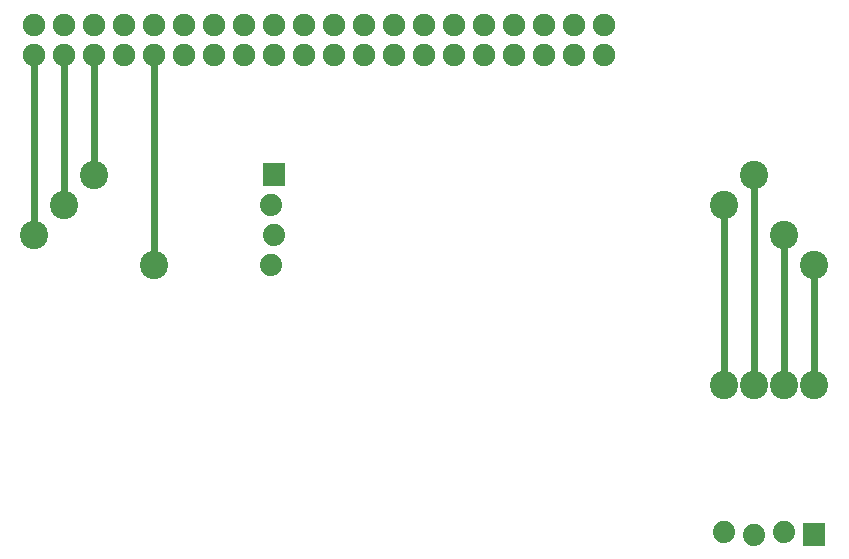
<source format=gtl>
G04 MADE WITH FRITZING*
G04 WWW.FRITZING.ORG*
G04 DOUBLE SIDED*
G04 HOLES PLATED*
G04 CONTOUR ON CENTER OF CONTOUR VECTOR*
%ASAXBY*%
%FSLAX23Y23*%
%MOIN*%
%OFA0B0*%
%SFA1.0B1.0*%
%ADD10C,0.075361*%
%ADD11C,0.074000*%
%ADD12C,0.094488*%
%ADD13C,0.024000*%
%ADD14R,0.001000X0.001000*%
%LNCOPPER1*%
G90*
G70*
G54D10*
X343Y2012D03*
X443Y2012D03*
X543Y2012D03*
X643Y2012D03*
X743Y2012D03*
X843Y2012D03*
X943Y2012D03*
X1043Y2012D03*
X1143Y2012D03*
X1243Y2012D03*
X1343Y2012D03*
X1443Y2012D03*
X1543Y2012D03*
X1643Y2012D03*
X1743Y2012D03*
X1843Y2012D03*
X1943Y2012D03*
X2043Y2012D03*
X2143Y2012D03*
X2243Y2012D03*
X2243Y2112D03*
X2143Y2112D03*
X2043Y2112D03*
X1943Y2112D03*
X1843Y2112D03*
X1743Y2112D03*
X1643Y2112D03*
X1543Y2112D03*
X1443Y2112D03*
X1343Y2112D03*
X1243Y2112D03*
X1143Y2112D03*
X1043Y2112D03*
X943Y2112D03*
X843Y2112D03*
X743Y2112D03*
X643Y2112D03*
X543Y2112D03*
X443Y2112D03*
X343Y2112D03*
G54D11*
X1143Y1612D03*
X1133Y1512D03*
X1143Y1412D03*
X1133Y1312D03*
X1143Y1612D03*
X1133Y1512D03*
X1143Y1412D03*
X1133Y1312D03*
X2943Y412D03*
X2843Y422D03*
X2743Y412D03*
X2643Y422D03*
X2943Y412D03*
X2843Y422D03*
X2743Y412D03*
X2643Y422D03*
G54D12*
X343Y1412D03*
X2943Y1312D03*
X2843Y1412D03*
X2743Y1612D03*
X2643Y1512D03*
X743Y1312D03*
X543Y1612D03*
X443Y1512D03*
X2643Y912D03*
X2943Y912D03*
X2843Y912D03*
X2743Y912D03*
G54D13*
X343Y1439D02*
X343Y1981D01*
D02*
X443Y1539D02*
X443Y1981D01*
D02*
X543Y1639D02*
X543Y1981D01*
D02*
X743Y1981D02*
X743Y1339D01*
D02*
X2643Y1485D02*
X2643Y939D01*
D02*
X2743Y1585D02*
X2743Y939D01*
D02*
X2843Y1385D02*
X2843Y939D01*
D02*
X2943Y1285D02*
X2943Y939D01*
G54D14*
X1106Y1649D02*
X1179Y1649D01*
X1106Y1648D02*
X1179Y1648D01*
X1106Y1647D02*
X1179Y1647D01*
X1106Y1646D02*
X1179Y1646D01*
X1106Y1645D02*
X1179Y1645D01*
X1106Y1644D02*
X1179Y1644D01*
X1106Y1643D02*
X1179Y1643D01*
X1106Y1642D02*
X1179Y1642D01*
X1106Y1641D02*
X1179Y1641D01*
X1106Y1640D02*
X1179Y1640D01*
X1106Y1639D02*
X1179Y1639D01*
X1106Y1638D02*
X1179Y1638D01*
X1106Y1637D02*
X1179Y1637D01*
X1106Y1636D02*
X1179Y1636D01*
X1106Y1635D02*
X1179Y1635D01*
X1106Y1634D02*
X1179Y1634D01*
X1106Y1633D02*
X1179Y1633D01*
X1106Y1632D02*
X1137Y1632D01*
X1147Y1632D02*
X1179Y1632D01*
X1106Y1631D02*
X1134Y1631D01*
X1150Y1631D02*
X1179Y1631D01*
X1106Y1630D02*
X1132Y1630D01*
X1152Y1630D02*
X1179Y1630D01*
X1106Y1629D02*
X1130Y1629D01*
X1154Y1629D02*
X1179Y1629D01*
X1106Y1628D02*
X1129Y1628D01*
X1155Y1628D02*
X1179Y1628D01*
X1106Y1627D02*
X1128Y1627D01*
X1156Y1627D02*
X1179Y1627D01*
X1106Y1626D02*
X1127Y1626D01*
X1157Y1626D02*
X1179Y1626D01*
X1106Y1625D02*
X1126Y1625D01*
X1158Y1625D02*
X1179Y1625D01*
X1106Y1624D02*
X1125Y1624D01*
X1159Y1624D02*
X1179Y1624D01*
X1106Y1623D02*
X1125Y1623D01*
X1160Y1623D02*
X1179Y1623D01*
X1106Y1622D02*
X1124Y1622D01*
X1160Y1622D02*
X1179Y1622D01*
X1106Y1621D02*
X1124Y1621D01*
X1161Y1621D02*
X1179Y1621D01*
X1106Y1620D02*
X1123Y1620D01*
X1161Y1620D02*
X1179Y1620D01*
X1106Y1619D02*
X1123Y1619D01*
X1162Y1619D02*
X1179Y1619D01*
X1106Y1618D02*
X1123Y1618D01*
X1162Y1618D02*
X1179Y1618D01*
X1106Y1617D02*
X1122Y1617D01*
X1162Y1617D02*
X1179Y1617D01*
X1106Y1616D02*
X1122Y1616D01*
X1162Y1616D02*
X1179Y1616D01*
X1106Y1615D02*
X1122Y1615D01*
X1162Y1615D02*
X1179Y1615D01*
X1106Y1614D02*
X1122Y1614D01*
X1163Y1614D02*
X1179Y1614D01*
X1106Y1613D02*
X1122Y1613D01*
X1163Y1613D02*
X1179Y1613D01*
X1106Y1612D02*
X1122Y1612D01*
X1163Y1612D02*
X1179Y1612D01*
X1106Y1611D02*
X1122Y1611D01*
X1163Y1611D02*
X1179Y1611D01*
X1106Y1610D02*
X1122Y1610D01*
X1162Y1610D02*
X1179Y1610D01*
X1106Y1609D02*
X1122Y1609D01*
X1162Y1609D02*
X1179Y1609D01*
X1106Y1608D02*
X1122Y1608D01*
X1162Y1608D02*
X1179Y1608D01*
X1106Y1607D02*
X1123Y1607D01*
X1162Y1607D02*
X1179Y1607D01*
X1106Y1606D02*
X1123Y1606D01*
X1162Y1606D02*
X1179Y1606D01*
X1106Y1605D02*
X1123Y1605D01*
X1161Y1605D02*
X1179Y1605D01*
X1106Y1604D02*
X1124Y1604D01*
X1161Y1604D02*
X1179Y1604D01*
X1106Y1603D02*
X1124Y1603D01*
X1160Y1603D02*
X1179Y1603D01*
X1106Y1602D02*
X1125Y1602D01*
X1160Y1602D02*
X1179Y1602D01*
X1106Y1601D02*
X1125Y1601D01*
X1159Y1601D02*
X1179Y1601D01*
X1106Y1600D02*
X1126Y1600D01*
X1158Y1600D02*
X1179Y1600D01*
X1106Y1599D02*
X1127Y1599D01*
X1157Y1599D02*
X1179Y1599D01*
X1106Y1598D02*
X1128Y1598D01*
X1156Y1598D02*
X1179Y1598D01*
X1106Y1597D02*
X1129Y1597D01*
X1155Y1597D02*
X1179Y1597D01*
X1106Y1596D02*
X1131Y1596D01*
X1154Y1596D02*
X1179Y1596D01*
X1106Y1595D02*
X1132Y1595D01*
X1152Y1595D02*
X1179Y1595D01*
X1106Y1594D02*
X1134Y1594D01*
X1150Y1594D02*
X1179Y1594D01*
X1106Y1593D02*
X1138Y1593D01*
X1147Y1593D02*
X1179Y1593D01*
X1106Y1592D02*
X1179Y1592D01*
X1106Y1591D02*
X1179Y1591D01*
X1106Y1590D02*
X1179Y1590D01*
X1106Y1589D02*
X1179Y1589D01*
X1106Y1588D02*
X1179Y1588D01*
X1106Y1587D02*
X1179Y1587D01*
X1106Y1586D02*
X1179Y1586D01*
X1106Y1585D02*
X1179Y1585D01*
X1106Y1584D02*
X1179Y1584D01*
X1106Y1583D02*
X1179Y1583D01*
X1106Y1582D02*
X1179Y1582D01*
X1106Y1581D02*
X1179Y1581D01*
X1106Y1580D02*
X1179Y1580D01*
X1106Y1579D02*
X1179Y1579D01*
X1106Y1578D02*
X1179Y1578D01*
X1106Y1577D02*
X1179Y1577D01*
X1106Y1576D02*
X1179Y1576D01*
X2906Y449D02*
X2979Y449D01*
X2906Y448D02*
X2979Y448D01*
X2906Y447D02*
X2979Y447D01*
X2906Y446D02*
X2979Y446D01*
X2906Y445D02*
X2979Y445D01*
X2906Y444D02*
X2979Y444D01*
X2906Y443D02*
X2979Y443D01*
X2906Y442D02*
X2979Y442D01*
X2906Y441D02*
X2979Y441D01*
X2906Y440D02*
X2979Y440D01*
X2906Y439D02*
X2979Y439D01*
X2906Y438D02*
X2979Y438D01*
X2906Y437D02*
X2979Y437D01*
X2906Y436D02*
X2979Y436D01*
X2906Y435D02*
X2979Y435D01*
X2906Y434D02*
X2979Y434D01*
X2906Y433D02*
X2979Y433D01*
X2906Y432D02*
X2937Y432D01*
X2947Y432D02*
X2979Y432D01*
X2906Y431D02*
X2934Y431D01*
X2950Y431D02*
X2979Y431D01*
X2906Y430D02*
X2932Y430D01*
X2952Y430D02*
X2979Y430D01*
X2906Y429D02*
X2930Y429D01*
X2954Y429D02*
X2979Y429D01*
X2906Y428D02*
X2929Y428D01*
X2955Y428D02*
X2979Y428D01*
X2906Y427D02*
X2928Y427D01*
X2956Y427D02*
X2979Y427D01*
X2906Y426D02*
X2927Y426D01*
X2957Y426D02*
X2979Y426D01*
X2906Y425D02*
X2926Y425D01*
X2958Y425D02*
X2979Y425D01*
X2906Y424D02*
X2925Y424D01*
X2959Y424D02*
X2979Y424D01*
X2906Y423D02*
X2924Y423D01*
X2960Y423D02*
X2979Y423D01*
X2906Y422D02*
X2924Y422D01*
X2960Y422D02*
X2979Y422D01*
X2906Y421D02*
X2923Y421D01*
X2961Y421D02*
X2979Y421D01*
X2906Y420D02*
X2923Y420D01*
X2961Y420D02*
X2979Y420D01*
X2906Y419D02*
X2923Y419D01*
X2961Y419D02*
X2979Y419D01*
X2906Y418D02*
X2922Y418D01*
X2962Y418D02*
X2979Y418D01*
X2906Y417D02*
X2922Y417D01*
X2962Y417D02*
X2979Y417D01*
X2906Y416D02*
X2922Y416D01*
X2962Y416D02*
X2979Y416D01*
X2906Y415D02*
X2922Y415D01*
X2962Y415D02*
X2979Y415D01*
X2906Y414D02*
X2922Y414D01*
X2962Y414D02*
X2979Y414D01*
X2906Y413D02*
X2922Y413D01*
X2962Y413D02*
X2979Y413D01*
X2906Y412D02*
X2922Y412D01*
X2962Y412D02*
X2979Y412D01*
X2906Y411D02*
X2922Y411D01*
X2962Y411D02*
X2979Y411D01*
X2906Y410D02*
X2922Y410D01*
X2962Y410D02*
X2979Y410D01*
X2906Y409D02*
X2922Y409D01*
X2962Y409D02*
X2979Y409D01*
X2906Y408D02*
X2922Y408D01*
X2962Y408D02*
X2979Y408D01*
X2906Y407D02*
X2922Y407D01*
X2962Y407D02*
X2979Y407D01*
X2906Y406D02*
X2923Y406D01*
X2961Y406D02*
X2979Y406D01*
X2906Y405D02*
X2923Y405D01*
X2961Y405D02*
X2979Y405D01*
X2906Y404D02*
X2924Y404D01*
X2960Y404D02*
X2979Y404D01*
X2906Y403D02*
X2924Y403D01*
X2960Y403D02*
X2979Y403D01*
X2906Y402D02*
X2925Y402D01*
X2959Y402D02*
X2979Y402D01*
X2906Y401D02*
X2925Y401D01*
X2959Y401D02*
X2979Y401D01*
X2906Y400D02*
X2926Y400D01*
X2958Y400D02*
X2979Y400D01*
X2906Y399D02*
X2927Y399D01*
X2957Y399D02*
X2979Y399D01*
X2906Y398D02*
X2928Y398D01*
X2956Y398D02*
X2979Y398D01*
X2906Y397D02*
X2929Y397D01*
X2955Y397D02*
X2979Y397D01*
X2906Y396D02*
X2931Y396D01*
X2953Y396D02*
X2979Y396D01*
X2906Y395D02*
X2932Y395D01*
X2952Y395D02*
X2979Y395D01*
X2906Y394D02*
X2935Y394D01*
X2949Y394D02*
X2979Y394D01*
X2906Y393D02*
X2938Y393D01*
X2946Y393D02*
X2979Y393D01*
X2906Y392D02*
X2979Y392D01*
X2906Y391D02*
X2979Y391D01*
X2906Y390D02*
X2979Y390D01*
X2906Y389D02*
X2979Y389D01*
X2906Y388D02*
X2979Y388D01*
X2906Y387D02*
X2979Y387D01*
X2906Y386D02*
X2979Y386D01*
X2906Y385D02*
X2979Y385D01*
X2906Y384D02*
X2979Y384D01*
X2906Y383D02*
X2979Y383D01*
X2906Y382D02*
X2979Y382D01*
X2906Y381D02*
X2979Y381D01*
X2906Y380D02*
X2979Y380D01*
X2906Y379D02*
X2979Y379D01*
X2906Y378D02*
X2979Y378D01*
X2906Y377D02*
X2979Y377D01*
X2906Y376D02*
X2978Y376D01*
D02*
G04 End of Copper1*
M02*
</source>
